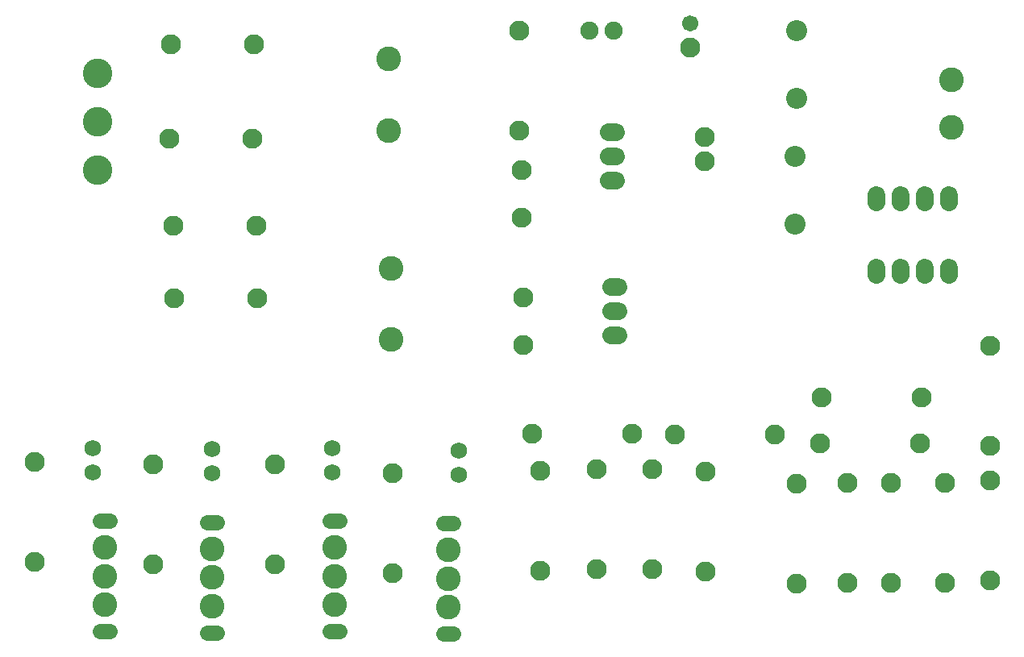
<source format=gts>
G04 Layer: TopSolderMaskLayer*
G04 EasyEDA v6.4.31, 2022-02-09 14:31:59*
G04 ad555750bb3e4896a058101514d61d8c,ad51392aa1584b92a576f04d086679f3,10*
G04 Gerber Generator version 0.2*
G04 Scale: 100 percent, Rotated: No, Reflected: No *
G04 Dimensions in millimeters *
G04 leading zeros omitted , absolute positions ,4 integer and 5 decimal *
%FSLAX45Y45*%
%MOMM*%

%ADD26C,1.9016*%
%ADD27C,1.6016*%
%ADD28C,2.1016*%
%ADD29C,1.7526*%
%ADD30C,2.6016*%
%ADD31C,2.2032*%
%ADD32C,1.7016*%
%ADD33C,3.1016*%

%LPD*%
D26*
X7122317Y1676374D02*
G01*
X7202317Y1676374D01*
X7123308Y1930400D02*
G01*
X7203307Y1930400D01*
X7122317Y1422374D02*
G01*
X7202317Y1422374D01*
X9906000Y2135499D02*
G01*
X9906000Y2055500D01*
X10160000Y2055500D02*
G01*
X10160000Y2135499D01*
X10414000Y2055500D02*
G01*
X10414000Y2135499D01*
X10668000Y2055500D02*
G01*
X10668000Y2135499D01*
X9906000Y2817500D02*
G01*
X9906000Y2897499D01*
X10160000Y2817500D02*
G01*
X10160000Y2897499D01*
X10414000Y2817500D02*
G01*
X10414000Y2897499D01*
X10668000Y2817500D02*
G01*
X10668000Y2897499D01*
D27*
X1853399Y-1684909D02*
G01*
X1753400Y-1684909D01*
X1853399Y-524890D02*
G01*
X1753400Y-524890D01*
X2983699Y-1697609D02*
G01*
X2883700Y-1697609D01*
X2983699Y-537590D02*
G01*
X2883700Y-537590D01*
X4266399Y-1684909D02*
G01*
X4166400Y-1684909D01*
X4266399Y-524890D02*
G01*
X4166400Y-524890D01*
X5460199Y-1710309D02*
G01*
X5360200Y-1710309D01*
X5460199Y-550290D02*
G01*
X5360200Y-550290D01*
D26*
X7096917Y3302000D02*
G01*
X7176917Y3302000D01*
X7097908Y3556025D02*
G01*
X7177907Y3556025D01*
X7096917Y3048000D02*
G01*
X7176917Y3048000D01*
D28*
G01*
X1066800Y93192D03*
G01*
X1066800Y-956818D03*
G01*
X2311400Y67792D03*
G01*
X2311400Y-982218D03*
G01*
X3594100Y67792D03*
G01*
X3594100Y-982218D03*
G01*
X4826000Y-21107D03*
G01*
X4826000Y-1071118D03*
D29*
G01*
X5524500Y-38100D03*
G01*
X5524500Y215900D03*
G01*
X4191000Y-12700D03*
G01*
X4191000Y241300D03*
G01*
X2933700Y-25400D03*
G01*
X2933700Y228600D03*
G01*
X1676400Y-12700D03*
G01*
X1676400Y241300D03*
D28*
G01*
X2536799Y1816100D03*
G01*
X3406800Y1816100D03*
G01*
X2524099Y2578100D03*
G01*
X3394100Y2578100D03*
G01*
X2485999Y3492500D03*
G01*
X3356000Y3492500D03*
G01*
X2498699Y4483100D03*
G01*
X3368700Y4483100D03*
G01*
X6197600Y1824786D03*
G01*
X6197600Y1324787D03*
D30*
G01*
X4813300Y1377594D03*
G01*
X4813300Y2127580D03*
D28*
G01*
X6159500Y3577081D03*
G01*
X6159500Y4627092D03*
G01*
X11099800Y1312392D03*
G01*
X11099800Y262381D03*
G01*
X9317507Y292100D03*
G01*
X10367518Y292100D03*
G01*
X10629900Y-1172718D03*
G01*
X10629900Y-122707D03*
G01*
X11099800Y-97307D03*
G01*
X11099800Y-1147318D03*
G01*
X6375400Y-1045718D03*
G01*
X6375400Y4292D03*
G01*
X6972300Y16992D03*
G01*
X6972300Y-1033018D03*
G01*
X7793507Y381000D03*
G01*
X8843518Y381000D03*
G01*
X8115300Y-1058418D03*
G01*
X8115300Y-8407D03*
G01*
X10058400Y-122707D03*
G01*
X10058400Y-1172718D03*
G01*
X9601200Y-1172718D03*
G01*
X9601200Y-122707D03*
G01*
X9067800Y-135407D03*
G01*
X9067800Y-1185418D03*
G01*
X7556500Y-1033018D03*
G01*
X7556500Y16992D03*
G01*
X6294907Y393700D03*
G01*
X7344918Y393700D03*
D26*
G01*
X7150100Y4622800D03*
G01*
X6896100Y4622800D03*
D31*
G01*
X9055100Y3302000D03*
G01*
X9055100Y2590800D03*
G01*
X9067800Y3911600D03*
G01*
X9067800Y4622800D03*
D28*
G01*
X8102600Y3505200D03*
G01*
X8102600Y3251200D03*
D32*
G01*
X7950200Y4699000D03*
D28*
G01*
X7950200Y4445000D03*
G01*
X6184900Y2658287D03*
G01*
X6184900Y3158286D03*
D30*
G01*
X4787900Y3574694D03*
G01*
X4787900Y4324680D03*
G01*
X1803400Y-1404899D03*
G01*
X1803400Y-1104900D03*
G01*
X1803400Y-804900D03*
G01*
X2933700Y-1417599D03*
G01*
X2933700Y-1117600D03*
G01*
X2933700Y-817600D03*
G01*
X4216400Y-1404899D03*
G01*
X4216400Y-1104900D03*
G01*
X4216400Y-804900D03*
G01*
X5410200Y-1430299D03*
G01*
X5410200Y-1130300D03*
G01*
X5410200Y-830300D03*
G01*
X10693400Y4111244D03*
G01*
X10693400Y3610355D03*
D28*
G01*
X9330207Y774700D03*
G01*
X10380218Y774700D03*
D33*
G01*
X1727200Y4178300D03*
G01*
X1727200Y3670300D03*
G01*
X1727200Y3162300D03*
M02*

</source>
